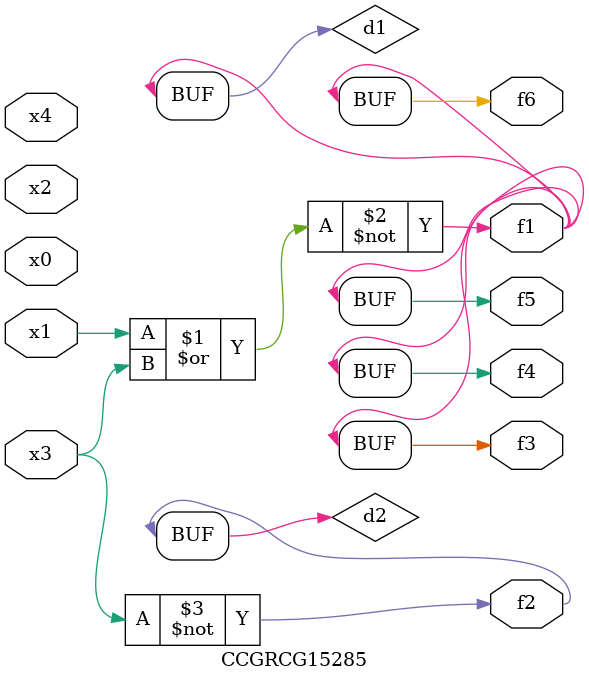
<source format=v>
module CCGRCG15285(
	input x0, x1, x2, x3, x4,
	output f1, f2, f3, f4, f5, f6
);

	wire d1, d2;

	nor (d1, x1, x3);
	not (d2, x3);
	assign f1 = d1;
	assign f2 = d2;
	assign f3 = d1;
	assign f4 = d1;
	assign f5 = d1;
	assign f6 = d1;
endmodule

</source>
